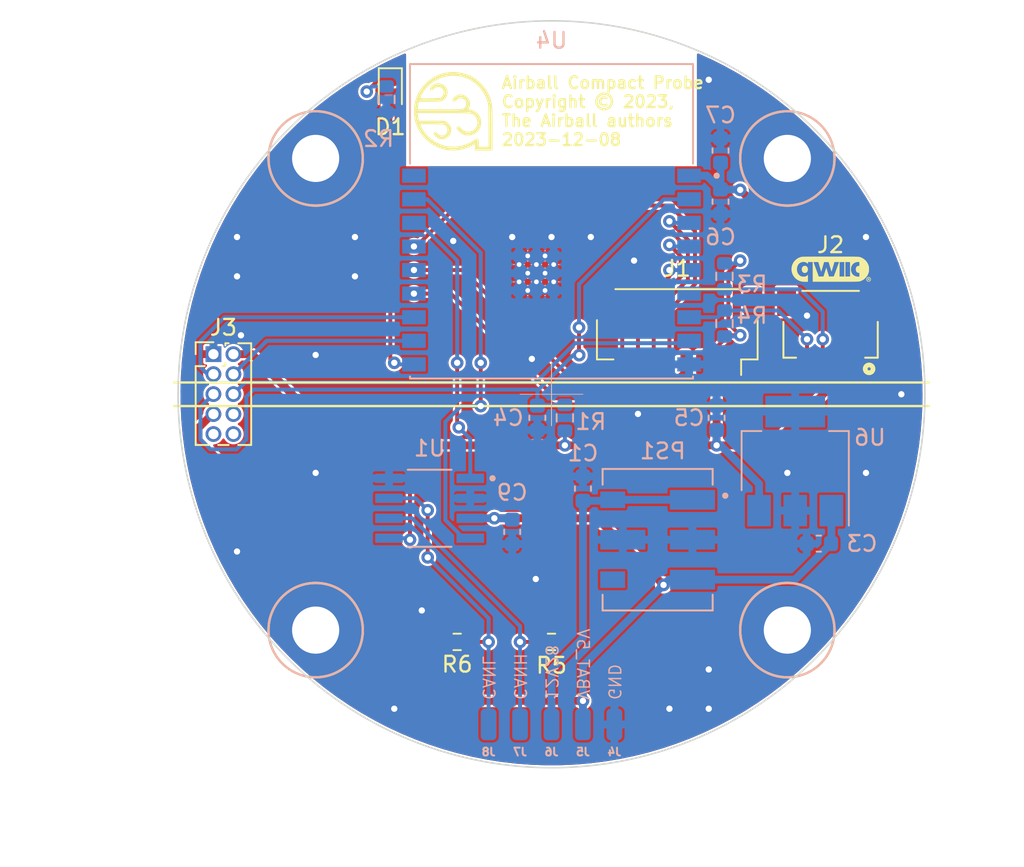
<source format=kicad_pcb>
(kicad_pcb (version 20211014) (generator pcbnew)
  (layers (0 "F.Cu" signal) (31 "B.Cu" signal) (34 "B.Paste" user) (35 "F.Paste" user) (36 "B.SilkS" user "B.Silkscreen") (37 "F.SilkS" user "F.Silkscreen") (38 "B.Mask" user) (39 "F.Mask" user) (44 "Edge.Cuts" user))
  (net 0 "")
  (net 1 "GND")
  (net 2 "+3V3")
  (net 3 "MCU_EN")
  (net 4 "Net-(D1-Pad1)")
  (net 5 "Net-(D1-Pad2)")
  (net 6 "MCU_IO9")
  (net 7 "CAN_TX")
  (net 8 "CAN_RX")
  (net 10 "SDA")
  (net 11 "SCL")
  (net 12 "RXD")
  (net 13 "TXD")
  (net 14 "MISO")
  (net 15 "SCLK")
  (net 16 "SS1")
  (net 17 "SS2")
  (net 18 "SS3")
  (net 20 "CANH")
  (net 21 "CANL")
  (net 22 "SS4")
  (net 23 "12V28")
  (net 27 "VBAT_5V")
  (footprint "LED_SMD:LED_0603_1608Metric" (layer "F.Cu") (at -10.25 -19.25 -90)
    (fp_text reference "D1" (at 2.25 0 180) (layer "F.SilkS"))
    (fp_text value "LED")
    (pad "1" smd roundrect (at -0.7875 0 270) (size 0.875 0.95) (layers "F.Cu" "F.Paste" "F.Mask") (net 4 "Net-(D1-Pad1)"))
    (pad "2" smd roundrect (at 0.7875 0 270) (size 0.875 0.95) (layers "F.Cu" "F.Paste" "F.Mask") (net 5 "Net-(D1-Pad2)"))
  )
  (footprint "Resistor_SMD:R_0603_1608Metric" (layer "F.Cu") (at -6 15.75 180)
    (fp_text reference "R6" (at 0 -1.43) (layer "F.SilkS"))
    (fp_text value "60Ω")
    (pad "1" smd roundrect (at -0.825 0 180) (size 0.8 0.95) (layers "F.Cu" "F.Paste" "F.Mask") (net 20 "CANH"))
    (pad "2" smd roundrect (at 0.825 0 180) (size 0.8 0.95) (layers "F.Cu" "F.Paste" "F.Mask") (net 1 "GND"))
  )
  (footprint "compact-probe:qwiic_logo" (layer "F.Cu") (at 17.75 -8)
    (fp_text reference "G***" hide)
    (fp_text value "LOGO" hide)
  )
  (footprint "airball-hardware:JST_SM04B-SRSS-TB(LF)(SN)" (layer "F.Cu") (at 17.75 -2 180)
    (fp_text reference "J2" (at 0 7.5) (layer "F.SilkS") (effects (font (size 1.001173 1.001173))))
    (fp_text value "Conn_01x04_Male")
    (pad "1" smd rect (at -1.5 0 180) (size 0.6 1.55) (layers "F.Cu" "F.Paste" "F.Mask") (net 1 "GND"))
    (pad "2" smd rect (at -0.5 0 180) (size 0.6 1.55) (layers "F.Cu" "F.Paste" "F.Mask") (net 2 "+3V3"))
    (pad "3" smd rect (at 0.5 0 180) (size 0.6 1.55) (layers "F.Cu" "F.Paste" "F.Mask") (net 10 "SDA"))
    (pad "4" smd rect (at 1.5 0 180) (size 0.6 1.55) (layers "F.Cu" "F.Paste" "F.Mask") (net 11 "SCL"))
    (pad "S1" smd rect (at -2.8 3.875) (size 1.2 1.8) (layers "F.Cu" "F.Paste" "F.Mask"))
    (pad "S2" smd rect (at 2.8 3.875) (size 1.2 1.8) (layers "F.Cu" "F.Paste" "F.Mask"))
  )
  (footprint "Connector_PinHeader_1.27mm:PinHeader_2x05_P1.27mm_Vertical" (layer "F.Cu") (at -21.5 -2.55)
    (fp_text reference "J3" (at 0.635 -1.695) (layer "F.SilkS"))
    (fp_text value "Conn_02x05_Odd_Even")
    (pad "1" thru_hole rect (at 0 0) (size 1 1) (drill 0.65) (layers *.Cu *.Mask) (net 1 "GND"))
    (pad "2" thru_hole oval (at 1.27 0) (size 1 1) (drill 0.65) (layers *.Cu *.Mask) (net 2 "+3V3"))
    (pad "3" thru_hole oval (at 0 1.27) (size 1 1) (drill 0.65) (layers *.Cu *.Mask) (net 13 "TXD"))
    (pad "4" thru_hole oval (at 1.27 1.27) (size 1 1) (drill 0.65) (layers *.Cu *.Mask) (net 12 "RXD"))
    (pad "5" thru_hole oval (at 0 2.54) (size 1 1) (drill 0.65) (layers *.Cu *.Mask) (net 3 "MCU_EN"))
    (pad "6" thru_hole oval (at 1.27 2.54) (size 1 1) (drill 0.65) (layers *.Cu *.Mask) (net 6 "MCU_IO9"))
    (pad "7" thru_hole oval (at 0 3.81) (size 1 1) (drill 0.65) (layers *.Cu *.Mask) (net 27 "VBAT_5V"))
    (pad "8" thru_hole oval (at 1.27 3.81) (size 1 1) (drill 0.65) (layers *.Cu *.Mask))
    (pad "9" thru_hole oval (at 0 5.08) (size 1 1) (drill 0.65) (layers *.Cu *.Mask))
    (pad "10" thru_hole oval (at 1.27 5.08) (size 1 1) (drill 0.65) (layers *.Cu *.Mask))
  )
  (footprint "airball-hardware:JST_SH_SM08B-SRSS-TB_1x08-1MP_P1.00mm_Horizontal" (layer "F.Cu") (at 8 -4 180)
    (fp_text reference "J1" (at 0 4) (layer "F.SilkS"))
    (fp_text value "Conn_01x08_Male")
    (pad "1" smd roundrect (at -3.5 -2 180) (size 0.6 1.55) (layers "F.Cu" "F.Paste" "F.Mask") (net 1 "GND"))
    (pad "2" smd roundrect (at -2.5 -2 180) (size 0.6 1.55) (layers "F.Cu" "F.Paste" "F.Mask") (net 2 "+3V3"))
    (pad "3" smd roundrect (at -1.5 -2 180) (size 0.6 1.55) (layers "F.Cu" "F.Paste" "F.Mask") (net 14 "MISO"))
    (pad "4" smd roundrect (at -0.5 -2 180) (size 0.6 1.55) (layers "F.Cu" "F.Paste" "F.Mask") (net 15 "SCLK"))
    (pad "5" smd roundrect (at 0.5 -2 180) (size 0.6 1.55) (layers "F.Cu" "F.Paste" "F.Mask") (net 16 "SS1"))
    (pad "6" smd roundrect (at 1.5 -2 180) (size 0.6 1.55) (layers "F.Cu" "F.Paste" "F.Mask") (net 17 "SS2"))
    (pad "7" smd roundrect (at 2.5 -2 180) (size 0.6 1.55) (layers "F.Cu" "F.Paste" "F.Mask") (net 18 "SS3"))
    (pad "8" smd roundrect (at 3.5 -2 180) (size 0.6 1.55) (layers "F.Cu" "F.Paste" "F.Mask") (net 22 "SS4"))
    (pad "MP" smd roundrect (at -4.8 1.875 180) (size 1.2 1.8) (layers "F.Cu" "F.Paste" "F.Mask") (roundrect_rratio 0.2083333333))
    (pad "MP" smd roundrect (at 4.8 1.875 180) (size 1.2 1.8) (layers "F.Cu" "F.Paste" "F.Mask") (roundrect_rratio 0.2083333333))
  )
  (footprint "Resistor_SMD:R_0603_1608Metric" (layer "F.Cu") (at 0 15.75)
    (fp_text reference "R5" (at 0 1.5) (layer "F.SilkS"))
    (fp_text value "60Ω")
    (pad "1" smd roundrect (at -0.825 0) (size 0.8 0.95) (layers "F.Cu" "F.Paste" "F.Mask") (net 21 "CANL"))
    (pad "2" smd roundrect (at 0.825 0) (size 0.8 0.95) (layers "F.Cu" "F.Paste" "F.Mask") (net 1 "GND"))
  )
  (footprint "airball-hardware:airball-logo-5mm" (layer "F.Cu") (at -6.25 -18)
    (fp_text reference "G***" hide)
    (fp_text value "LOGO" hide)
  )
  (footprint "Capacitor_SMD:C_0603_1608Metric" (layer "B.Cu") (at -2.5 8.75 -90)
    (fp_text reference "C9" (at -2.5 0 180) (layer "B.SilkS") (effects (justify mirror)))
    (fp_text value "10uF")
    (pad "1" smd roundrect (at -0.775 0 270) (size 0.9 0.95) (layers "B.Cu" "B.Paste" "B.Mask") (net 27 "VBAT_5V"))
    (pad "2" smd roundrect (at 0.775 0 270) (size 0.9 0.95) (layers "B.Cu" "B.Paste" "B.Mask") (net 1 "GND"))
  )
  (footprint "Package_TO_SOT_SMD:SOT-223-3_TabPin2" (layer "B.Cu") (at 15.5 4.25 90)
    (fp_text reference "U6" (at 1.5 4.75 180) (layer "B.SilkS") (effects (justify mirror)))
    (fp_text value "LT1963AxST-3.3")
    (pad "1" smd rect (at -3.15 2.3 90) (size 2 1.5) (layers "B.Cu" "B.Paste" "B.Mask") (net 27 "VBAT_5V"))
    (pad "2" smd rect (at 3.15 0 90) (size 2 3.8) (layers "B.Cu" "B.Paste" "B.Mask") (net 1 "GND"))
    (pad "2" smd rect (at -3.15 0 90) (size 2 1.5) (layers "B.Cu" "B.Paste" "B.Mask") (net 1 "GND"))
    (pad "3" smd rect (at -3.15 -2.3 90) (size 2 1.5) (layers "B.Cu" "B.Paste" "B.Mask") (net 2 "+3V3"))
  )
  (footprint "Capacitor_SMD:C_0603_1608Metric" (layer "B.Cu") (at 10.5 1.5 90)
    (fp_text reference "C5" (at 0 -1.75) (layer "B.SilkS") (effects (justify mirror)))
    (fp_text value "10uF")
    (pad "1" smd roundrect (at -0.775 0 90) (size 0.9 0.95) (layers "B.Cu" "B.Paste" "B.Mask") (net 2 "+3V3"))
    (pad "2" smd roundrect (at 0.775 0 90) (size 0.9 0.95) (layers "B.Cu" "B.Paste" "B.Mask") (net 1 "GND"))
  )
  (footprint "Connector_Wire:SolderWirePad_1x01_SMD_1x2mm" (layer "B.Cu") (at 0 21 180)
    (fp_text reference "J6" (at 0 -1.75) (layer "B.SilkS") (effects (font (size 0.5 0.5)) (justify mirror)))
    (fp_text value "Conn_01x01_Female")
    (pad "1" smd roundrect (at 0 0 180) (size 1 2) (layers "B.Cu" "B.Paste" "B.Mask") (net 23 "12V28"))
  )
  (footprint "Capacitor_SMD:C_0603_1608Metric" (layer "B.Cu") (at 2 6 90)
    (fp_text reference "C1" (at 2.25 0 180) (layer "B.SilkS") (effects (justify mirror)))
    (fp_text value "10uF")
    (pad "1" smd roundrect (at -0.775 0 90) (size 0.9 0.95) (layers "B.Cu" "B.Paste" "B.Mask") (net 23 "12V28"))
    (pad "2" smd roundrect (at 0.775 0 90) (size 0.9 0.95) (layers "B.Cu" "B.Paste" "B.Mask") (net 1 "GND"))
  )
  (footprint "Capacitor_SMD:C_0603_1608Metric" (layer "B.Cu") (at 10.75 -12.25 -90)
    (fp_text reference "C6" (at 2.25 0 180) (layer "B.SilkS") (effects (justify mirror)))
    (fp_text value "10uF")
    (pad "1" smd roundrect (at -0.775 0 270) (size 0.9 0.95) (layers "B.Cu" "B.Paste" "B.Mask") (net 2 "+3V3"))
    (pad "2" smd roundrect (at 0.775 0 270) (size 0.9 0.95) (layers "B.Cu" "B.Paste" "B.Mask") (net 1 "GND"))
  )
  (footprint "airball-hardware:TJA1051T_3_118" (layer "B.Cu") (at -7.75 7.25 180)
    (fp_text reference "U1" (at 0 3.81) (layer "B.SilkS") (effects (justify mirror)))
    (fp_text value "TJA1051T_3_118")
    (pad "1" smd rect (at -2.585 1.905 180) (size 1.75 0.59) (layers "B.Cu" "B.Paste" "B.Mask") (net 7 "CAN_TX"))
    (pad "2" smd rect (at -2.585 0.635 180) (size 1.75 0.59) (layers "B.Cu" "B.Paste" "B.Mask") (net 1 "GND"))
    (pad "3" smd rect (at -2.585 -0.635 180) (size 1.75 0.59) (layers "B.Cu" "B.Paste" "B.Mask") (net 27 "VBAT_5V"))
    (pad "4" smd rect (at -2.585 -1.905 180) (size 1.75 0.59) (layers "B.Cu" "B.Paste" "B.Mask") (net 8 "CAN_RX"))
    (pad "5" smd rect (at 2.585 -1.905 180) (size 1.75 0.59) (layers "B.Cu" "B.Paste" "B.Mask") (net 2 "+3V3"))
    (pad "6" smd rect (at 2.585 -0.635 180) (size 1.75 0.59) (layers "B.Cu" "B.Paste" "B.Mask") (net 21 "CANL"))
    (pad "7" smd rect (at 2.585 0.635 180) (size 1.75 0.59) (layers "B.Cu" "B.Paste" "B.Mask") (net 20 "CANH"))
    (pad "8" smd rect (at 2.585 1.905 180) (size 1.75 0.59) (layers "B.Cu" "B.Paste" "B.Mask") (net 1 "GND"))
  )
  (footprint "Connector_Wire:SolderWirePad_1x01_SMD_1x2mm" (layer "B.Cu") (at 2 21 180)
    (fp_text reference "J5" (at 0 -1.75) (layer "B.SilkS") (effects (font (size 0.5 0.5)) (justify mirror)))
    (fp_text value "Conn_01x01_Female")
    (pad "1" smd roundrect (at 0 0 180) (size 1 2) (layers "B.Cu" "B.Paste" "B.Mask") (net 27 "VBAT_5V"))
  )
  (footprint "Connector_Wire:SolderWirePad_1x01_SMD_1x2mm" (layer "B.Cu") (at 4 21 180)
    (fp_text reference "J4" (at 0 -1.75) (layer "B.SilkS") (effects (font (size 0.5 0.5)) (justify mirror)))
    (fp_text value "Conn_01x01_Female")
    (pad "1" smd roundrect (at 0 0 180) (size 1 2) (layers "B.Cu" "B.Paste" "B.Mask") (net 1 "GND"))
  )
  (footprint "Connector_Wire:SolderWirePad_1x01_SMD_1x2mm" (layer "B.Cu") (at -4 21 180)
    (fp_text reference "J8" (at 0 -1.75) (layer "B.SilkS") (effects (font (size 0.5 0.5)) (justify mirror)))
    (fp_text value "Conn_01x01_Female")
    (pad "1" smd roundrect (at 0 0 180) (size 1 2) (layers "B.Cu" "B.Paste" "B.Mask") (net 20 "CANH"))
  )
  (footprint "Resistor_SMD:R_0603_1608Metric" (layer "B.Cu") (at 11 -4.5 90)
    (fp_text reference "R4" (at 0.5 1.75 180) (layer "B.SilkS") (effects (justify mirror)))
    (fp_text value "4.7k")
    (pad "1" smd roundrect (at -0.825 0 90) (size 0.8 0.95) (layers "B.Cu" "B.Paste" "B.Mask") (net 2 "+3V3"))
    (pad "2" smd roundrect (at 0.825 0 90) (size 0.8 0.95) (layers "B.Cu" "B.Paste" "B.Mask") (net 11 "SCL"))
  )
  (footprint "Resistor_SMD:R_0603_1608Metric" (layer "B.Cu") (at 0.85 1.5 90)
    (fp_text reference "R1" (at -0.25 1.65) (layer "B.SilkS") (effects (justify mirror)))
    (fp_text value "10k")
    (pad "1" smd roundrect (at -0.825 0 90) (size 0.8 0.95) (layers "B.Cu" "B.Paste" "B.Mask") (net 2 "+3V3"))
    (pad "2" smd roundrect (at 0.825 0 90) (size 0.8 0.95) (layers "B.Cu" "B.Paste" "B.Mask") (net 3 "MCU_EN"))
  )
  (footprint "Capacitor_SMD:C_0603_1608Metric" (layer "B.Cu") (at 10.75 -15.5 90)
    (fp_text reference "C7" (at 2.25 0 180) (layer "B.SilkS") (effects (justify mirror)))
    (fp_text value "0.1uF")
    (pad "1" smd roundrect (at -0.775 0 90) (size 0.9 0.95) (layers "B.Cu" "B.Paste" "B.Mask") (net 2 "+3V3"))
    (pad "2" smd roundrect (at 0.775 0 90) (size 0.9 0.95) (layers "B.Cu" "B.Paste" "B.Mask") (net 1 "GND"))
  )
  (footprint "Resistor_SMD:R_0603_1608Metric" (layer "B.Cu") (at -10.5 -18.75 -90)
    (fp_text reference "R2" (at 2.5 0.5 180) (layer "B.SilkS") (effects (justify mirror)))
    (fp_text value "750")
    (pad "1" smd roundrect (at -0.825 0 270) (size 0.8 0.95) (layers "B.Cu" "B.Paste" "B.Mask") (net 4 "Net-(D1-Pad1)"))
    (pad "2" smd roundrect (at 0.825 0 270) (size 0.8 0.95) (layers "B.Cu" "B.Paste" "B.Mask") (net 1 "GND"))
  )
  (footprint "compact-probe:MODULE_ESP32-C3-WROOM-02-H4" (layer "B.Cu") (at 0 -11 180)
    (fp_text reference "U4" (at 0 11.5) (layer "B.SilkS") (effects (justify mirror)))
    (fp_text value "ESP32-C3-WROOM-02-H4")
    (pad "1" smd rect (at -8.75 2.9 180) (size 1.5 0.9) (layers "B.Cu" "B.Paste" "B.Mask") (net 2 "+3V3"))
    (pad "2" smd rect (at -8.75 1.4 180) (size 1.5 0.9) (layers "B.Cu" "B.Paste" "B.Mask") (net 3 "MCU_EN"))
    (pad "3" smd rect (at -8.75 -0.1 180) (size 1.5 0.9) (layers "B.Cu" "B.Paste" "B.Mask") (net 17 "SS2"))
    (pad "4" smd rect (at -8.75 -1.6 180) (size 1.5 0.9) (layers "B.Cu" "B.Paste" "B.Mask") (net 18 "SS3"))
    (pad "5" smd rect (at -8.75 -3.1 180) (size 1.5 0.9) (layers "B.Cu" "B.Paste" "B.Mask") (net 22 "SS4"))
    (pad "6" smd rect (at -8.75 -4.6 180) (size 1.5 0.9) (layers "B.Cu" "B.Paste" "B.Mask") (net 10 "SDA"))
    (pad "7" smd rect (at -8.75 -6.1 180) (size 1.5 0.9) (layers "B.Cu" "B.Paste" "B.Mask") (net 11 "SCL"))
    (pad "8" smd rect (at -8.75 -7.6 180) (size 1.5 0.9) (layers "B.Cu" "B.Paste" "B.Mask") (net 6 "MCU_IO9"))
    (pad "9" smd rect (at -8.75 -9.1 180) (size 1.5 0.9) (layers "B.Cu" "B.Paste" "B.Mask") (net 1 "GND"))
    (pad "10" smd rect (at 8.75 -9.1 180) (size 1.5 0.9) (layers "B.Cu" "B.Paste" "B.Mask") (net 5 "Net-(D1-Pad2)"))
    (pad "11" smd rect (at 8.75 -7.6 180) (size 1.5 0.9) (layers "B.Cu" "B.Paste" "B.Mask") (net 12 "RXD"))
    (pad "12" smd rect (at 8.75 -6.1 180) (size 1.5 0.9) (layers "B.Cu" "B.Paste" "B.Mask") (net 13 "TXD"))
    (pad "13" smd rect (at 8.75 -4.6 180) (size 1.5 0.9) (layers "B.Cu" "B.Paste" "B.Mask") (net 14 "MISO"))
    (pad "14" smd rect (at 8.75 -3.1 180) (size 1.5 0.9) (layers "B.Cu" "B.Paste" "B.Mask") (net 15 "SCLK"))
    (pad "15" smd rect (at 8.75 -1.6 180) (size 1.5 0.9) (layers "B.Cu" "B.Paste" "B.Mask") (net 16 "SS1"))
    (pad "16" smd rect (at 8.75 -0.1 180) (size 1.5 0.9) (layers "B.Cu" "B.Paste" "B.Mask") (net 7 "CAN_TX"))
    (pad "17" smd rect (at 8.75 1.4 180) (size 1.5 0.9) (layers "B.Cu" "B.Paste" "B.Mask") (net 8 "CAN_RX"))
    (pad "18" smd rect (at 8.75 2.9 180) (size 1.5 0.9) (layers "B.Cu" "B.Paste" "B.Mask"))
    (pad "19" smd rect (at -0.14 -2.2 180) (size 0.7 0.7) (layers "B.Cu" "B.Paste" "B.Mask") (net 1 "GND"))
    (pad "20" smd rect (at 0.96 -2.2 180) (size 0.7 0.7) (layers "B.Cu" "B.Paste" "B.Mask") (net 1 "GND"))
    (pad "21" smd rect (at 2.06 -2.2 180) (size 0.7 0.7) (layers "B.Cu" "B.Paste" "B.Mask") (net 1 "GND"))
    (pad "22" smd rect (at -0.14 -3.3 180) (size 0.7 0.7) (layers "B.Cu" "B.Paste" "B.Mask") (net 1 "GND"))
    (pad "23" smd rect (at 0.96 -3.3 180) (size 0.7 0.7) (layers "B.Cu" "B.Paste" "B.Mask") (net 1 "GND"))
    (pad "24" smd rect (at 2.06 -3.3 180) (size 0.7 0.7) (layers "B.Cu" "B.Paste" "B.Mask") (net 1 "GND"))
    (pad "25" smd rect (at -0.14 -4.4 180) (size 0.7 0.7) (layers "B.Cu" "B.Paste" "B.Mask") (net 1 "GND"))
    (pad "26" smd rect (at 0.96 -4.4 180) (size 0.7 0.7) (layers "B.Cu" "B.Paste" "B.Mask") (net 1 "GND"))
    (pad "27" smd rect (at 2.06 -4.4 180) (size 0.7 0.7) (layers "B.Cu" "B.Paste" "B.Mask") (net 1 "GND"))
    (pad "28" thru_hole circle (at 0.41 -2.2 180) (size 0.4 0.4) (drill 0.3) (layers *.Cu) (net 1 "GND"))
    (pad "29" thru_hole circle (at 1.51 -2.2 180) (size 0.4 0.4) (drill 0.3) (layers *.Cu) (net 1 "GND"))
    (pad "30" thru_hole circle (at -0.14 -2.75 180) (size 0.4 0.4) (drill 0.3) (layers *.Cu) (net 1 "GND"))
    (pad "31" thru_hole circle (at 0.96 -2.75 180) (size 0.4 0.4) (drill 0.3) (layers *.Cu) (net 1 "GND"))
    (pad "32" thru_hole circle (at 2.06 -2.75 180) (size 0.4 0.4) (drill 0.3) (layers *.Cu) (net 1 "GND"))
    (pad "33" thru_hole circle (at 0.41 -3.3 180) (size 0.4 0.4) (drill 0.3) (layers *.Cu) (net 1 "GND"))
    (pad "34" thru_hole circle (at 1.51 -3.3 180) (size 0.4 0.4) (drill 0.3) (layers *.Cu) (net 1 "GND"))
    (pad "35" thru_hole circle (at -0.14 -3.85 180) (size 0.4 0.4) (drill 0.3) (layers *.Cu) (net 1 "GND"))
    (pad "36" thru_hole circle (at 0.96 -3.85 180) (size 0.4 0.4) (drill 0.3) (layers *.Cu) (net 1 "GND"))
    (pad "37" thru_hole circle (at 2.06 -3.85 180) (size 0.4 0.4) (drill 0.3) (layers *.Cu) (net 1 "GND"))
    (pad "38" thru_hole circle (at 0.41 -4.4 180) (size 0.4 0.4) (drill 0.3) (layers *.Cu) (net 1 "GND"))
    (pad "39" thru_hole circle (at 1.51 -4.4 180) (size 0.4 0.4) (drill 0.3) (layers *.Cu) (net 1 "GND"))
    (zone (net 0) (net_name "") (layer "F.Cu") (connect_pads (clearance 0)) (min_thickness 0.01)
      (keepout (tracks not_allowed) (vias not_allowed) (pads not_allowed) (copperpour not_allowed) (footprints allowed))
      (fill (thermal_gap 0.508) (thermal_bridge_width 0.508))
      (polygon (pts (xy 9 -21) (xy -9 -21) (xy -9 -15) (xy 9 -15)))
    )
    (zone (net 0) (net_name "") (layer "B.Cu") (connect_pads (clearance 0)) (min_thickness 0.01)
      (keepout (tracks not_allowed) (vias not_allowed) (pads not_allowed) (copperpour not_allowed) (footprints allowed))
      (fill (thermal_gap 0.508) (thermal_bridge_width 0.508))
      (polygon (pts (xy 9 -21) (xy -9 -21) (xy -9 -15) (xy 9 -15)))
    )
  )
  (footprint "Connector_Wire:SolderWirePad_1x01_SMD_1x2mm" (layer "B.Cu") (at -2 21 180)
    (fp_text reference "J7" (at 0 -1.75) (layer "B.SilkS") (effects (font (size 0.5 0.5)) (justify mirror)))
    (fp_text value "Conn_01x01_Female")
    (pad "1" smd roundrect (at 0 0 180) (size 1 2) (layers "B.Cu" "B.Paste" "B.Mask") (net 21 "CANL"))
  )
  (footprint "Resistor_SMD:R_0603_1608Metric" (layer "B.Cu") (at 11 -7.5 -90)
    (fp_text reference "R3" (at 0.5 -1.75 -180) (layer "B.SilkS") (effects (justify mirror)))
    (fp_text value "4.7k")
    (pad "1" smd roundrect (at -0.825 0 270) (size 0.8 0.95) (layers "B.Cu" "B.Paste" "B.Mask") (net 2 "+3V3"))
    (pad "2" smd roundrect (at 0.825 0 270) (size 0.8 0.95) (layers "B.Cu" "B.Paste" "B.Mask") (net 10 "SDA"))
  )
  (footprint "airball-hardware:CONV_K7805MT-500R4" (layer "B.Cu") (at 6.75 9.25 180)
    (fp_text reference "PS1" (at -0.325 5.635) (layer "B.SilkS") (effects (justify mirror)))
    (fp_text value "K7805MT-500R4")
    (pad "1" smd rect (at -2.215 2.54 180) (size 2.87 1.25) (layers "B.Cu" "B.Paste" "B.Mask") (net 23 "12V28"))
    (pad "2" smd rect (at -2.215 0 180) (size 2.87 1.25) (layers "B.Cu" "B.Paste" "B.Mask") (net 1 "GND"))
    (pad "3" smd rect (at -2.215 -2.54 180) (size 2.87 1.25) (layers "B.Cu" "B.Paste" "B.Mask") (net 27 "VBAT_5V"))
    (pad "4" smd rect (at 2.86 -2.54) (size 1.58 1.05) (layers "B.Cu" "B.Paste" "B.Mask"))
    (pad "5" smd rect (at 2.215 0) (size 2.87 1.25) (layers "B.Cu" "B.Paste" "B.Mask") (net 1 "GND"))
    (pad "6" smd rect (at 2.86 2.54) (size 1.58 1.05) (layers "B.Cu" "B.Paste" "B.Mask") (net 23 "12V28"))
  )
  (footprint "Capacitor_SMD:C_0603_1608Metric" (layer "B.Cu") (at -0.9 1.5 -90)
    (fp_text reference "C4" (at 0 1.85) (layer "B.SilkS") (effects (justify mirror)))
    (fp_text value "1uF")
    (pad "1" smd roundrect (at -0.775 0 270) (size 0.9 0.95) (layers "B.Cu" "B.Paste" "B.Mask") (net 3 "MCU_EN"))
    (pad "2" smd roundrect (at 0.775 0 270) (size 0.9 0.95) (layers "B.Cu" "B.Paste" "B.Mask") (net 1 "GND"))
  )
  (footprint "Capacitor_SMD:C_0603_1608Metric" (layer "B.Cu") (at 17 9.5 180)
    (fp_text reference "C3" (at -2.75 0) (layer "B.SilkS") (effects (justify mirror)))
    (fp_text value "10uF")
    (pad "1" smd roundrect (at -0.775 0 180) (size 0.9 0.95) (layers "B.Cu" "B.Paste" "B.Mask") (net 27 "VBAT_5V"))
    (pad "2" smd roundrect (at 0.775 0 180) (size 0.9 0.95) (layers "B.Cu" "B.Paste" "B.Mask") (net 1 "GND"))
  )
  (gr_line (start 0 -2) (end 0 2) (layer "B.SilkS") (width 0.05))
  (gr_circle (center 15 -15) (end 18 -15) (layer "B.SilkS") (width 0.15) (fill none))
  (gr_circle (center -15 15) (end -18 15) (layer "B.SilkS") (width 0.15) (fill none))
  (gr_circle (center 15 15) (end 12 15) (layer "B.SilkS") (width 0.15) (fill none))
  (gr_line (start -2 0) (end 2 0) (layer "B.SilkS") (width 0.05))
  (gr_circle (center -15 -15) (end -18 -15) (layer "B.SilkS") (width 0.15) (fill none))
  (gr_circle (center -15 -15) (end -12 -15) (layer "F.SilkS") (width 0.15) (fill none))
  (gr_circle (center -15 15) (end -12 15) (layer "F.SilkS") (width 0.15) (fill none))
  (gr_line (start 0 2) (end 0 -2) (layer "F.SilkS") (width 0.05))
  (gr_line (start -24 0.75) (end 24 0.75) (layer "F.SilkS") (width 0.15))
  (gr_circle (center 15 15) (end 18 15) (layer "F.SilkS") (width 0.15) (fill none))
  (gr_line (start -24 -0.75) (end 24 -0.75) (layer "F.SilkS") (width 0.15))
  (gr_circle (center 15 -15) (end 18 -15) (layer "F.SilkS") (width 0.15) (fill none))
  (gr_circle (center 0 0) (end 23.75 0) (layer "Edge.Cuts") (width 0.1) (fill none))
  (gr_text "CANH" (at -2 19.5 270) (layer "B.SilkS") (effects (font (size 0.75 0.75)) (justify left mirror)))
  (gr_text "GND" (at 4 19.5 270) (layer "B.SilkS") (effects (font (size 0.75 0.75)) (justify left mirror)))
  (gr_text "CANL" (at -4 19.5 270) (layer "B.SilkS") (effects (font (size 0.75 0.75)) (justify left mirror)))
  (gr_text "12V28" (at 0 19.5 270) (layer "B.SilkS") (effects (font (size 0.75 0.75)) (justify left mirror)))
  (gr_text "VBAT_5V" (at 2 19.5 270) (layer "B.SilkS") (effects (font (size 0.75 0.75)) (justify left mirror)))
  (gr_text "Airball Compact Probe\nCopyright © 2023,\nThe Airball authors\n2023-12-08" (at -3.25 -18) (layer "F.SilkS") (effects (font (size 0.75 0.75)) (justify left)))
  (via (at 5.25 -8.5) (size 0.8) (drill 0.4) (layers "F.Cu" "B.Cu") (net 1))
  (via (at 10 17.5) (size 0.8) (drill 0.4) (layers "F.Cu" "B.Cu") (net 1))
  (via (at 15 5) (size 0.8) (drill 0.4) (layers "F.Cu" "B.Cu") (net 1))
  (via (at 16.25 -5) (size 0.8) (drill 0.4) (layers "F.Cu" "B.Cu") (net 1))
  (via (at 20 5) (size 0.8) (drill 0.4) (layers "F.Cu" "B.Cu") (net 1))
  (via (at -15 -2.5) (size 0.8) (drill 0.4) (layers "F.Cu" "B.Cu") (net 1))
  (via (at -10 20) (size 0.8) (drill 0.4) (layers "F.Cu" "B.Cu") (net 1))
  (via locked (at 15 -15) (size 4) (drill 3) (layers "F.Cu" "B.Cu") (net 1))
  (via (at -20 -10) (size 0.8) (drill 0.4) (layers "F.Cu" "B.Cu") (net 1))
  (via locked (at -15 15) (size 4) (drill 3) (layers "F.Cu" "B.Cu") (net 1))
  (via (at -12.5 -7.5) (size 0.8) (drill 0.4) (layers "F.Cu" "B.Cu") (net 1))
  (via (at -6.25 -9.75) (size 0.8) (drill 0.4) (layers "F.Cu" "B.Cu") (net 1))
  (via (at 10 -20) (size 0.8) (drill 0.4) (layers "F.Cu" "B.Cu") (net 1))
  (via (at 0 -10) (size 0.8) (drill 0.4) (layers "F.Cu" "B.Cu") (net 1))
  (via (at 10 20) (size 0.8) (drill 0.4) (layers "F.Cu" "B.Cu") (net 1))
  (via (at -19.75 -3.75) (size 0.8) (drill 0.4) (layers "F.Cu" "B.Cu") (net 1))
  (via (at -15 5) (size 0.8) (drill 0.4) (layers "F.Cu" "B.Cu") (net 1))
  (via (at -1 11.75) (size 0.8) (drill 0.4) (layers "F.Cu" "B.Cu") (net 1))
  (via (at -8.25 13.75) (size 0.8) (drill 0.4) (layers "F.Cu" "B.Cu") (net 1))
  (via (at 20 -10) (size 0.8) (drill 0.4) (layers "F.Cu" "B.Cu") (net 1))
  (via (at -1.25 -2.25) (size 0.8) (drill 0.4) (layers "F.Cu" "B.Cu") (net 1))
  (via (at -2.5 -10) (size 0.8) (drill 0.4) (layers "F.Cu" "B.Cu") (net 1))
  (via (at 5.5 1.25) (size 0.8) (drill 0.4) (layers "F.Cu" "B.Cu") (net 1))
  (via (at 7.5 20) (size 0.8) (drill 0.4) (layers "F.Cu" "B.Cu") (net 1))
  (via locked (at 15 15) (size 4) (drill 3) (layers "F.Cu" "B.Cu") (net 1))
  (via (at 22.25 0) (size 0.8) (drill 0.4) (layers "F.Cu" "B.Cu") (net 1))
  (via (at -12.5 -10) (size 0.8) (drill 0.4) (layers "F.Cu" "B.Cu") (net 1))
  (via locked (at -15 -15) (size 4) (drill 3) (layers "F.Cu" "B.Cu") (net 1))
  (via (at 2.5 -10) (size 0.8) (drill 0.4) (layers "F.Cu" "B.Cu") (net 1))
  (via (at -20 10) (size 0.8) (drill 0.4) (layers "F.Cu" "B.Cu") (net 1))
  (via (at -20 -7.5) (size 0.8) (drill 0.4) (layers "F.Cu" "B.Cu") (net 1))
  (segment (start -19.05 -2.55) (end -20.23 -2.55) (width 0.5) (layer "F.Cu") (net 2))
  (segment (start 12 -3.75) (end 11.25 -3.75) (width 0.25) (layer "F.Cu") (net 2))
  (segment (start 12 -3.75) (end 11.25 -4.5) (width 0.25) (layer "F.Cu") (net 2))
  (segment (start 4.75 3.25) (end 4.25 3.25) (width 0.5) (layer "F.Cu") (net 2))
  (segment (start 10.5 3.25) (end 10.5 -2) (width 0.5) (layer "F.Cu") (net 2))
  (segment (start 11.25 -3.75) (end 10.5 -3) (width 0.25) (layer "F.Cu") (net 2))
  (segment (start -13.25 3.25) (end -19.05 -2.55) (width 0.5) (layer "F.Cu") (net 2))
  (segment (start 18.25 -6.75) (end 12 -13) (width 0.5) (layer "F.Cu") (net 2))
  (segment (start 18.25 -0.975) (end 14.025 3.25) (width 0.5) (layer "F.Cu") (net 2))
  (segment (start -9 9.25) (end -9 3.25) (width 0.25) (layer "F.Cu") (net 2))
  (segment (start 10.5 3.25) (end 4.75 3.25) (width 0.5) (layer "F.Cu") (net 2))
  (segment (start 18.25 -2) (end 18.25 -0.975) (width 0.5) (layer "F.Cu") (net 2))
  (segment (start 11.25 -4.5) (end 11.25 -7.75) (width 0.25) (layer "F.Cu") (net 2))
  (segment (start 11.25 -7.75) (end 12 -8.5) (width 0.25) (layer "F.Cu") (net 2))
  (segment (start 18.25 -2) (end 18.25 -6.75) (width 0.5) (layer "F.Cu") (net 2))
  (segment (start 10.5 -3) (end 10.5 -2) (width 0.25) (layer "F.Cu") (net 2))
  (segment (start 14.025 3.25) (end 10.5 3.25) (width 0.5) (layer "F.Cu") (net 2))
  (segment (start -9 3.25) (end -13.25 3.25) (width 0.5) (layer "F.Cu") (net 2))
  (segment (start 0.85 3.25) (end -9 3.25) (width 0.5) (layer "F.Cu") (net 2))
  (segment (start 4.25 3.25) (end 0.85 3.25) (width 0.5) (layer "F.Cu") (net 2))
  (via (at 10.5 3.25) (size 0.8) (drill 0.4) (layers "F.Cu" "B.Cu") (net 2))
  (via (at 12 -8.5) (size 0.8) (drill 0.4) (layers "F.Cu" "B.Cu") (net 2))
  (via (at 12 -13) (size 0.8) (drill 0.4) (layers "F.Cu" "B.Cu") (net 2))
  (via (at 12 -3.75) (size 0.8) (drill 0.4) (layers "F.Cu" "B.Cu") (net 2))
  (via (at -9 9.25) (size 0.8) (drill 0.4) (layers "F.Cu" "B.Cu") (net 2))
  (via (at 0.85 3.25) (size 0.8) (drill 0.4) (layers "F.Cu" "B.Cu") (net 2))
  (segment (start 10.75 -13.025) (end 11.975 -13.025) (width 0.5) (layer "B.Cu") (net 2))
  (segment (start 12 -3.75) (end 11.925 -3.675) (width 0.25) (layer "B.Cu") (net 2))
  (segment (start 11 -8.325) (end 11.825 -8.325) (width 0.25) (layer "B.Cu") (net 2))
  (segment (start 10.5 3.25) (end 10.75 3.25) (width 0.5) (layer "B.Cu") (net 2))
  (segment (start 11.925 -3.675) (end 11 -3.675) (width 0.25) (layer "B.Cu") (net 2))
  (segment (start 10.75 -14.725) (end 10.75 -13.025) (width 0.5) (layer "B.Cu") (net 2))
  (segment (start -9.095 9.155) (end -9 9.25) (width 0.25) (layer "B.Cu") (net 2))
  (segment (start 13.2 5.7) (end 13.2 7.4) (width 0.5) (layer "B.Cu") (net 2))
  (segment (start 11.975 -13.025) (end 12 -13) (width 0.5) (layer "B.Cu") (net 2))
  (segment (start 10.75 3.25) (end 13.2 5.7) (width 0.5) (layer "B.Cu") (net 2))
  (segment (start 9.875 -13.9) (end 10.75 -13.025) (width 0.5) (layer "B.Cu") (net 2))
  (segment (start 0.85 2.325) (end 0.85 3.25) (width 0.25) (layer "B.Cu") (net 2))
  (segment (start 8.75 -13.9) (end 9.875 -13.9) (width 0.5) (layer "B.Cu") (net 2))
  (segment (start 11.825 -8.325) (end 12 -8.5) (width 0.25) (layer "B.Cu") (net 2))
  (segment (start 10.5 2.275) (end 10.5 3) (width 0.5) (layer "B.Cu") (net 2))
  (segment (start -10.335 9.155) (end -9.095 9.155) (width 0.25) (layer "B.Cu") (net 2))
  (segment (start 1.75 -2.5) (end 1.75 -4.25) (width 0.25) (layer "F.Cu") (net 3))
  (segment (start 1.762299 -2.487701) (end 1.75 -2.5) (width 0.25) (layer "F.Cu") (net 3))
  (via (at 1.762299 -2.487701) (size 0.8) (drill 0.4) (layers "F.Cu" "B.Cu") (net 3))
  (via (at 1.75 -4.25) (size 0.8) (drill 0.4) (layers "F.Cu" "B.Cu") (net 3))
  (segment (start 7.15 -12.4) (end 8.75 -12.4) (width 0.25) (layer "B.Cu") (net 3))
  (segment (start -0.9 0.725) (end -0.9 -0.25) (width 0.25) (layer "B.Cu") (net 3))
  (segment (start 1.762299 -2.487701) (end 1.374097 -2.487701) (width 0.25) (layer "B.Cu") (net 3))
  (segment (start 1.75 -4.25) (end 1.75 -7) (width 0.25) (layer "B.Cu") (net 3))
  (segment (start -21.696727 3.5) (end -22.325 2.871727) (width 0.25) (layer "B.Cu") (net 3))
  (segment (start 0.85 0.675) (end -0.85 0.675) (width 0.25) (layer "B.Cu") (net 3))
  (segment (start -22.325 0.815) (end -21.5 -0.01) (width 0.25) (layer "B.Cu") (net 3))
  (segment (start -19.405 0.155) (end -19.405 2.871727) (width 0.25) (layer "B.Cu") (net 3))
  (segment (start -22.325 2.871727) (end -22.325 0.815) (width 0.25) (layer "B.Cu") (net 3))
  (segment (start 1.374097 -2.487701) (end -0.813604 -0.3) (width 0.25) (layer "B.Cu") (net 3))
  (segment (start -0.813604 -0.3) (end -16.2 -0.3) (width 0.25) (layer "B.Cu") (net 3))
  (segment (start -16.2 -0.3) (end -18.95 -0.3) (width 0.25) (layer "B.Cu") (net 3))
  (segment (start 1.75 -7) (end 7.15 -12.4) (width 0.25) (layer "B.Cu") (net 3))
  (segment (start -20.033273 3.5) (end -21.696727 3.5) (width 0.25) (layer "B.Cu") (net 3))
  (segment (start -18.95 -0.3) (end -19.405 0.155) (width 0.25) (layer "B.Cu") (net 3))
  (segment (start -19.405 2.871727) (end -20.033273 3.5) (width 0.25) (layer "B.Cu") (net 3))
  (segment (start -10.9625 -20.0375) (end -11.75 -19.25) (width 0.25) (layer "F.Cu") (net 4))
  (segment (start -10.25 -20.0375) (end -10.9625 -20.0375) (width 0.25) (layer "F.Cu") (net 4))
  (via (at -11.75 -19.25) (size 0.8) (drill 0.4) (layers "F.Cu" "B.Cu") (net 4))
  (segment (start -10.25 -19.575) (end -11.425 -19.575) (width 0.25) (layer "B.Cu") (net 4))
  (segment (start -11.425 -19.575) (end -11.75 -19.25) (width 0.25) (layer "B.Cu") (net 4))
  (segment (start -10.25 -2.25) (end -10 -2) (width 0.25) (layer "F.Cu") (net 5))
  (segment (start -10.25 -18.4625) (end -10.25 -2.25) (width 0.25) (layer "F.Cu") (net 5))
  (via (at -10 -2) (size 0.8) (drill 0.4) (layers "F.Cu" "B.Cu") (net 5))
  (segment (start -8.75 -1.9) (end -9.9 -1.9) (width 0.25) (layer "B.Cu") (net 5))
  (segment (start -9.9 -1.9) (end -10 -2) (width 0.25) (layer "B.Cu") (net 5))
  (segment (start 8.45 -3.4) (end 8.3 -3.25) (width 0.25) (layer "B.Cu") (net 6))
  (segment (start -1 -0.75) (end -19.49 -0.75) (width 0.25) (layer "B.Cu") (net 6))
  (segment (start 1.5 -3.25) (end -1 -0.75) (width 0.25) (layer "B.Cu") (net 6))
  (segment (start -19.49 -0.75) (end -20.23 -0.01) (width 0.25) (layer "B.Cu") (net 6))
  (segment (start 8.3 -3.25) (end 1.5 -3.25) (width 0.25) (layer "B.Cu") (net 6))
  (segment (start 8.75 -3.4) (end 8.45 -3.4) (width 0.25) (layer "B.Cu") (net 6))
  (segment (start -5.898056 2.101944) (end -6 2) (width 0.25) (layer "F.Cu") (net 7))
  (segment (start -6 2) (end -6 -2) (width 0.25) (layer "F.Cu") (net 7))
  (via (at -5.898056 2.101944) (size 0.8) (drill 0.4) (layers "F.Cu" "B.Cu") (net 7))
  (via (at -6 -2) (size 0.8) (drill 0.4) (layers "F.Cu" "B.Cu") (net 7))
  (segment (start -5.165 2.835) (end -5.165 5.345) (width 0.25) (layer "B.Cu") (net 7))
  (segment (start -6 -2) (end -6 -8.5) (width 0.25) (layer "B.Cu") (net 7))
  (segment (start -6 -8.5) (end -8.4 -10.9) (width 0.25) (layer "B.Cu") (net 7))
  (segment (start -8.4 -10.9) (end -8.75 -10.9) (width 0.25) (layer "B.Cu") (net 7))
  (segment (start -5.898056 2.101944) (end -5.165 2.835) (width 0.25) (layer "B.Cu") (net 7))
  (segment (start -4.5 0.75) (end -4.5 -2) (width 0.25) (layer "F.Cu") (net 8))
  (via (at -4.5 -2) (size 0.8) (drill 0.4) (layers "F.Cu" "B.Cu") (net 8))
  (via (at -4.5 0.75) (size 0.8) (drill 0.4) (layers "F.Cu" "B.Cu") (net 8))
  (segment (start -6.75 1.75) (end -6.75 8) (width 0.25) (layer "B.Cu") (net 8))
  (segment (start -5.595 9.155) (end -5.165 9.155) (width 0.25) (layer "B.Cu") (net 8))
  (segment (start -4.5 -2) (end -4.5 -9) (width 0.25) (layer "B.Cu") (net 8))
  (segment (start -5.75 0.75) (end -6.75 1.75) (width 0.25) (layer "B.Cu") (net 8))
  (segment (start -6.75 8) (end -5.595 9.155) (width 0.25) (layer "B.Cu") (net 8))
  (segment (start -7.9 -12.4) (end -8.75 -12.4) (width 0.25) (layer "B.Cu") (net 8))
  (segment (start -4.5 -9) (end -7.9 -12.4) (width 0.25) (layer "B.Cu") (net 8))
  (segment (start -4.5 0.75) (end -5.75 0.75) (width 0.25) (layer "B.Cu") (net 8))
  (segment (start 17.25 -2.25) (end 17.25 -3.5) (width 0.25) (layer "F.Cu") (net 10))
  (via (at 17.25 -3.5) (size 0.8) (drill 0.4) (layers "F.Cu" "B.Cu") (net 10))
  (segment (start 17.25 -5.25) (end 15.825 -6.675) (width 0.25) (layer "B.Cu") (net 10))
  (segment (start 9.025 -6.675) (end 8.75 -6.4) (width 0.25) (layer "B.Cu") (net 10))
  (segment (start 15.825 -6.675) (end 11 -6.675) (width 0.25) (layer "B.Cu") (net 10))
  (segment (start 17.25 -3.5) (end 17.25 -5.25) (width 0.25) (layer "B.Cu") (net 10))
  (segment (start 11 -6.675) (end 9.025 -6.675) (width 0.25) (layer "B.Cu") (net 10))
  (segment (start 16.25 -3.5) (end 16.25 -2.25) (width 0.25) (layer "F.Cu") (net 11))
  (via (at 16.25 -3.5) (size 0.8) (drill 0.4) (layers "F.Cu" "B.Cu") (net 11))
  (segment (start 14.425 -5.325) (end 11 -5.325) (width 0.25) (layer "B.Cu") (net 11))
  (segment (start 8.75 -4.9) (end 10.575 -4.9) (width 0.25) (layer "B.Cu") (net 11))
  (segment (start 10.575 -4.9) (end 11 -5.325) (width 0.25) (layer "B.Cu") (net 11))
  (segment (start 16.25 -3.5) (end 14.425 -5.325) (width 0.25) (layer "B.Cu") (net 11))
  (segment (start -18.11 -3.4) (end -20.23 -1.28) (width 0.25) (layer "B.Cu") (net 12))
  (segment (start -8.75 -3.4) (end -18.11 -3.4) (width 0.25) (layer "B.Cu") (net 12))
  (segment (start -21.88 -1.28) (end -21.5 -1.28) (width 0.25) (layer "B.Cu") (net 13))
  (segment (start -22.325 -1.725) (end -21.88 -1.28) (width 0.25) (layer "B.Cu") (net 13))
  (segment (start -22.325 -3.375) (end -22.325 -1.725) (width 0.25) (layer "B.Cu") (net 13))
  (segment (start -20.8 -4.9) (end -22.325 -3.375) (width 0.25) (layer "B.Cu") (net 13))
  (segment (start -8.75 -4.9) (end -20.8 -4.9) (width 0.25) (layer "B.Cu") (net 13))
  (segment (start -6.4 -6.4) (end 0.25 0.25) (width 0.25) (layer "F.Cu") (net 14))
  (segment (start 9.5 -1.25) (end 9.5 -2) (width 0.25) (layer "F.Cu") (net 14))
  (segment (start -8.75 -6.4) (end -6.4 -6.4) (width 0.25) (layer "F.Cu") (net 14))
  (segment (start 0.25 0.25) (end 8 0.25) (width 0.25) (layer "F.Cu") (net 14))
  (segment (start 8 0.25) (end 9.5 -1.25) (width 0.25) (layer "F.Cu") (net 14))
  (via (at -8.75 -6.4) (size 0.8) (drill 0.4) (layers "F.Cu" "B.Cu") (net 14))
  (segment (start -5.65 -7.9) (end 1.3 -0.95) (width 0.25) (layer "F.Cu") (net 15))
  (segment (start 7.896751 -0.95) (end 8.5 -1.553249) (width 0.25) (layer "F.Cu") (net 15))
  (segment (start 8.5 -1.553249) (end 8.5 -2) (width 0.25) (layer "F.Cu") (net 15))
  (segment (start 1.3 -0.95) (end 7.896751 -0.95) (width 0.25) (layer "F.Cu") (net 15))
  (segment (start -8.75 -7.9) (end -5.65 -7.9) (width 0.25) (layer "F.Cu") (net 15))
  (via (at -8.75 -7.9) (size 0.8) (drill 0.4) (layers "F.Cu" "B.Cu") (net 15))
  (segment (start 9.125 -7) (end 7.5 -5.375) (width 0.25) (layer "F.Cu") (net 16))
  (segment (start 8.225 -11.300305) (end 8.225 -11.275) (width 0.25) (layer "F.Cu") (net 16))
  (segment (start 7.525305 -12) (end 8.225 -11.300305) (width 0.25) (layer "F.Cu") (net 16))
  (segment (start -8.75 -9.4) (end -8.6 -9.4) (width 0.25) (layer "F.Cu") (net 16))
  (segment (start -6 -12) (end 7.525305 -12) (width 0.25) (layer "F.Cu") (net 16))
  (segment (start -8.6 -9.4) (end -6 -12) (width 0.25) (layer "F.Cu") (net 16))
  (segment (start 9.125 -10.375) (end 9.125 -7) (width 0.25) (layer "F.Cu") (net 16))
  (segment (start 7.5 -5.375) (end 7.5 -2) (width 0.25) (layer "F.Cu") (net 16))
  (segment (start 8.225 -11.275) (end 9.125 -10.375) (width 0.25) (layer "F.Cu") (net 16))
  (via (at -8.75 -9.4) (size 0.8) (drill 0.4) (layers "F.Cu" "B.Cu") (net 16))
  (segment (start 7.5 -11) (end 8.675 -9.825) (width 0.25) (layer "F.Cu") (net 17))
  (segment (start 8.675 -9.825) (end 8.675 -7.288604) (width 0.25) (layer "F.Cu") (net 17))
  (segment (start 6.5 -5.113604) (end 6.5 -2) (width 0.25) (layer "F.Cu") (net 17))
  (segment (start 8.675 -7.288604) (end 6.5 -5.113604) (width 0.25) (layer "F.Cu") (net 17))
  (via (at 7.5 -11) (size 0.8) (drill 0.4) (layers "F.Cu" "B.Cu") (net 17))
  (segment (start 8.75 -10.9) (end 7.6 -10.9) (width 0.25) (layer "B.Cu") (net 17))
  (segment (start 7.6 -10.9) (end 7.5 -11) (width 0.25) (layer "B.Cu") (net 17))
  (segment (start 5.5 -4.75) (end 5.5 -2) (width 0.25) (layer "F.Cu") (net 18))
  (segment (start 8.225 -8.775) (end 8.225 -7.475) (width 0.25) (layer "F.Cu") (net 18))
  (segment (start 8.225 -7.475) (end 5.5 -4.75) (width 0.25) (layer "F.Cu") (net 18))
  (segment (start 7.5 -9.5) (end 8.225 -8.775) (width 0.25) (layer "F.Cu") (net 18))
  (via (at 7.5 -9.5) (size 0.8) (drill 0.4) (layers "F.Cu" "B.Cu") (net 18))
  (segment (start 8.75 -9.4) (end 7.6 -9.4) (width 0.25) (layer "B.Cu") (net 18))
  (segment (start 7.6 -9.4) (end 7.5 -9.5) (width 0.25) (layer "B.Cu") (net 18))
  (segment (start -4 15.75) (end -5.175 15.75) (width 0.25) (layer "F.Cu") (net 20))
  (segment (start -7.875 7.375) (end -7.875 10.375) (width 0.25) (layer "F.Cu") (net 20))
  (via (at -7.875 7.375) (size 0.8) (drill 0.4) (layers "F.Cu" "B.Cu") (net 20))
  (via (at -7.875 10.375) (size 0.8) (drill 0.4) (layers "F.Cu" "B.Cu") (net 20))
  (via (at -4 15.75) (size 0.8) (drill 0.4) (layers "F.Cu" "B.Cu") (net 20))
  (segment (start -7.875 7.375) (end -8.635 6.615) (width 0.25) (layer "B.Cu") (net 20))
  (segment (start -4 21) (end -4 15.75) (width 0.25) (layer "B.Cu") (net 20))
  (segment (start -8.635 6.615) (end -10.335 6.615) (width 0.25) (layer "B.Cu") (net 20))
  (segment (start -4 15.75) (end -4 14.25) (width 0.25) (layer "B.Cu") (net 20))
  (segment (start -4 14.25) (end -7.875 10.375) (width 0.25) (layer "B.Cu") (net 20))
  (segment (start -0.825 15.75) (end -2 15.75) (width 0.25) (layer "F.Cu") (net 21))
  (via (at -2 15.75) (size 0.8) (drill 0.4) (layers "F.Cu" "B.Cu") (net 21))
  (segment (start -2 14.75) (end -2 15.75) (width 0.25) (layer "B.Cu") (net 21))
  (segment (start -8.865 7.885) (end -2 14.75) (width 0.25) (layer "B.Cu") (net 21))
  (segment (start -10.335 7.885) (end -8.865 7.885) (width 0.25) (layer "B.Cu") (net 21))
  (segment (start -2 15.75) (end -2 21) (width 0.25) (layer "B.Cu") (net 21))
  (segment (start 4.5 -4.5) (end 4.5 -2) (width 0.25) (layer "F.Cu") (net 22))
  (segment (start 7.5 -7.9) (end 7.5 -7.5) (width 0.25) (layer "F.Cu") (net 22))
  (segment (start 7.5 -7.5) (end 4.5 -4.5) (width 0.25) (layer "F.Cu") (net 22))
  (via (at 7.5 -7.9) (size 0.8) (drill 0.4) (layers "F.Cu" "B.Cu") (net 22))
  (segment (start 8.75 -7.9) (end 7.5 -7.9) (width 0.25) (layer "B.Cu") (net 22))
  (segment (start 2 15.5) (end 2 6.775) (width 0.5) (layer "B.Cu") (net 23))
  (segment (start 3.825 6.775) (end 3.89 6.71) (width 0.5) (layer "B.Cu") (net 23))
  (segment (start 2 6.775) (end 3.825 6.775) (width 0.5) (layer "B.Cu") (net 23))
  (segment (start 0 17.5) (end 2 15.5) (width 0.5) (layer "B.Cu") (net 23))
  (segment (start 3.89 6.71) (end 8.965 6.71) (width 0.5) (layer "B.Cu") (net 23))
  (segment (start 0 21) (end 0 17.5) (width 0.5) (layer "B.Cu") (net 23))
  (segment (start -7.061752 18.311752) (end -22.45 2.923503) (width 0.5) (layer "F.Cu") (net 27))
  (segment (start 2.885 7.885) (end -3.635 7.885) (width 0.5) (layer "F.Cu") (net 27))
  (segment (start 7.125 12.125) (end 2.885 7.885) (width 0.5) (layer "F.Cu") (net 27))
  (segment (start -21.573503 1.26) (end -21.5 1.26) (width 0.5) (layer "F.Cu") (net 27))
  (segment (start -22.45 2.136497) (end -21.573503 1.26) (width 0.5) (layer "F.Cu") (net 27))
  (segment (start -5.873504 19.5) (end -7.061752 18.311752) (width 0.5) (layer "F.Cu") (net 27))
  (segment (start -22.45 2.923503) (end -22.45 2.136497) (width 0.5) (layer "F.Cu") (net 27))
  (segment (start 2 19.5) (end -5.873504 19.5) (width 0.5) (layer "F.Cu") (net 27))
  (via (at 7.125 12.125) (size 0.8) (drill 0.4) (layers "F.Cu" "B.Cu") (net 27))
  (via (at 2 19.5) (size 0.8) (drill 0.4) (layers "F.Cu" "B.Cu") (net 27))
  (via (at -3.635 7.885) (size 0.8) (drill 0.4) (layers "F.Cu" "B.Cu") (net 27))
  (segment (start 2 17.25) (end 2 19.5) (width 0.5) (layer "B.Cu") (net 27))
  (segment (start -3.635 7.885) (end -2.59 7.885) (width 0.5) (layer "B.Cu") (net 27))
  (segment (start 17.8 7.4) (end 17.8 9.475) (width 0.5) (layer "B.Cu") (net 27))
  (segment (start 8.965 11.79) (end 7.46 11.79) (width 0.5) (layer "B.Cu") (net 27))
  (segment (start -5.165 7.885) (end -3.635 7.885) (width 0.5) (layer "B.Cu") (net 27))
  (segment (start -2.59 7.885) (end -2.5 7.975) (width 0.5) (layer "B.Cu") (net 27))
  (segment (start 15.485 11.79) (end 8.965 11.79) (width 0.5) (layer "B.Cu") (net 27))
  (segment (start 17.8 9.475) (end 17.775 9.5) (width 0.5) (layer "B.Cu") (net 27))
  (segment (start 17.775 9.5) (end 15.485 11.79) (width 0.5) (layer "B.Cu") (net 27))
  (segment (start 7.125 12.125) (end 2 17.25) (width 0.5) (layer "B.Cu") (net 27))
  (segment (start 7.46 11.79) (end 7.125 12.125) (width 0.5) (layer "B.Cu") (net 27))
  (segment (start 2 19.5) (end 2 21) (width 0.5) (layer "B.Cu") (net 27))
  (zone (net 1) (net_name "GND") (layers F&B.Cu) (connect_pads (clearance 0.15)) (min_thickness 0.15) (fill yes (thermal_gap 0.15) (thermal_bridge_width 0.5))
    (polygon (pts (xy -9.25 -14.5) (xy 9.25 -14.5) (xy 9.25 -24) (xy 25 -24) (xy 25 25) (xy -25 25) (xy -25 -24) (xy -9.25 -24)))
  )
)
</source>
